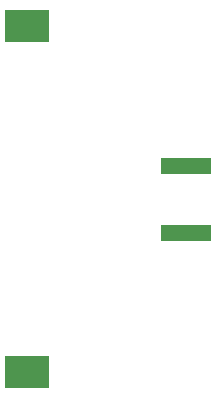
<source format=gbr>
%TF.GenerationSoftware,KiCad,Pcbnew,5.1.6*%
%TF.CreationDate,2020-10-02T21:06:49+02:00*%
%TF.ProjectId,NRF24,4e524632-342e-46b6-9963-61645f706362,rev?*%
%TF.SameCoordinates,Original*%
%TF.FileFunction,Soldermask,Bot*%
%TF.FilePolarity,Negative*%
%FSLAX46Y46*%
G04 Gerber Fmt 4.6, Leading zero omitted, Abs format (unit mm)*
G04 Created by KiCad (PCBNEW 5.1.6) date 2020-10-02 21:06:49*
%MOMM*%
%LPD*%
G01*
G04 APERTURE LIST*
%ADD10R,4.300000X1.450000*%
%ADD11R,3.700000X2.700000*%
G04 APERTURE END LIST*
D10*
%TO.C,J2*%
X194250000Y-84425000D03*
X194250000Y-90075000D03*
%TD*%
D11*
%TO.C,BT1*%
X180800000Y-101800000D03*
X180800000Y-72500000D03*
%TD*%
M02*

</source>
